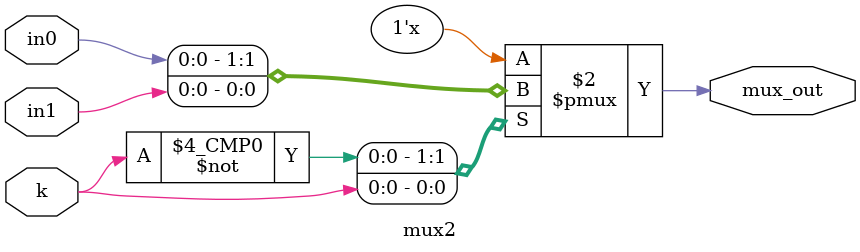
<source format=v>
module barrel_shifter
(
	input  [2:0] k,
	input  [7:0] A,
	output [7:0] Y
);
	
	wire [7:0] w, o;

	genvar j;
	generate
		for(j=0; j<4; j=j+1) begin
			mux2
			u_mux2_0(
				.k					(k[2]				),
				.in0				(A[j]				),
				.in1				(A[j+4]				),
				.mux_out			(o[j]				)
			);
	
			mux2
			u_mux2_1(
				.k					(k[2]				),
				.in0				(A[j+4]				),
				.in1				(A[j]				),
				.mux_out			(o[j+4]				)
			);
		end
	endgenerate

	genvar p;
	generate
		for(p=0; p<6; p=p+1) begin : mux_loop
			mux2
			u_mux2(
				.k					(k[1]				),
				.in0				(o[p]				),
				.in1				(o[p+2]				),
				.mux_out			(w[p]				)
			);

		end
	endgenerate

	mux2
	u_mux2_3(
		.k					(k[1]				),
		.in0				(o[6]				),
		.in1				(o[0]				),
		.mux_out			(w[6]				)
	);

	mux2
	u_mux2_4(
		.k					(k[1]				),
		.in0				(o[7]				),
		.in1				(o[1]				),
		.mux_out			(w[7]				)
	);
	genvar i;
	generate
		for(i=0; i<7; i=i+1) begin
			mux2
			u_mux2_5(
				.k					(k[0]				),
				.in0				(w[i]				),
				.in1				(w[i+1]				),
				.mux_out			(Y[i]				)
			);
		end
	endgenerate

	mux2
	u_mux2_6(
		.k					(k[0]				),
		.in0				(w[7]				),
		.in1				(w[0]				),
		.mux_out			(Y[7]				)
	);

endmodule

module mux2
(
	input	   k,
	input	   in0,
	input	   in1,
	output reg mux_out
);

	always @ (*) begin
		case(k)
			0 : mux_out = in0;
			1 : mux_out = in1;
		endcase
	end

endmodule

</source>
